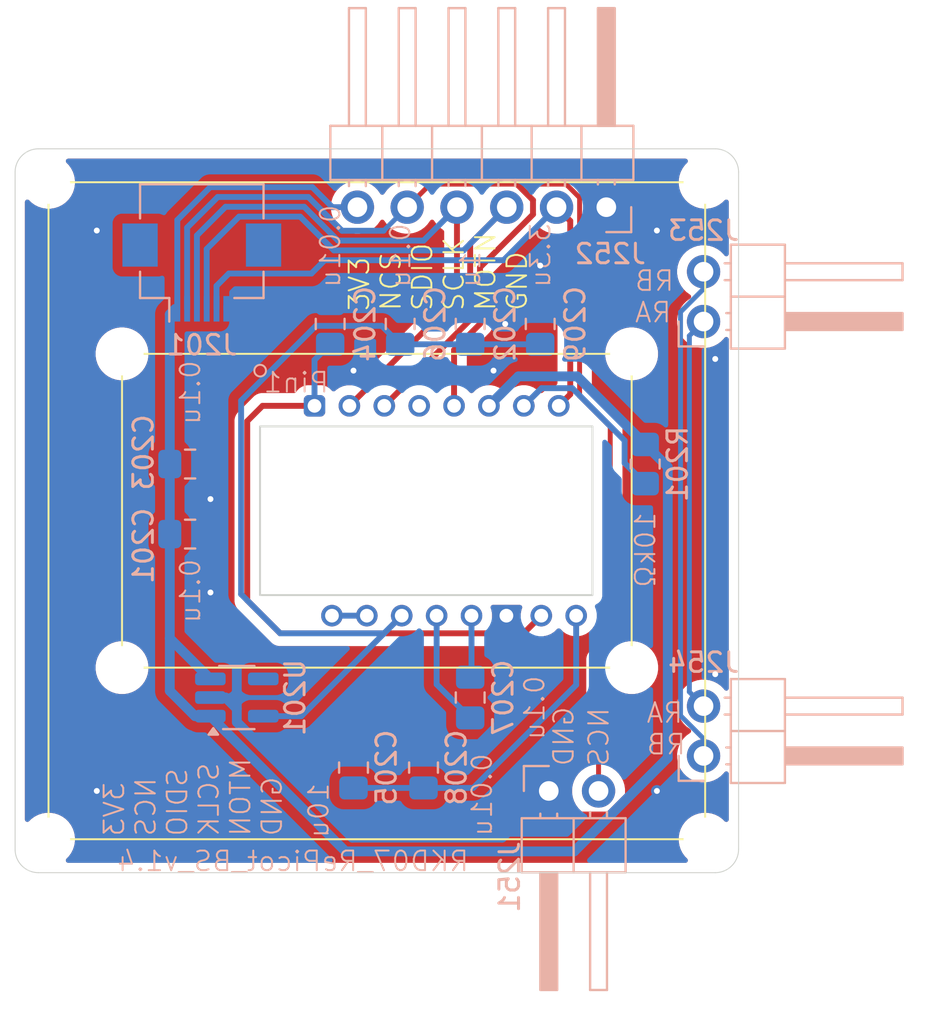
<source format=kicad_pcb>
(kicad_pcb (version 20241229) (generator "pcbnew") (generator_version "9.0")
  (layers (0 "F.Cu" signal) (2 "B.Cu" signal) (13 "F.Paste" user) (15 "B.Paste" user) (5 "F.SilkS" user "F.Silkscreen") (7 "B.SilkS" user "B.Silkscreen") (1 "F.Mask" user) (3 "B.Mask" user) (25 "Edge.Cuts" user))
  (net 0 "")
  (net 1 "3V3_E")
  (net 2 "GND_E")
  (net 3 "1V9_E")
  (net 4 "Net-(U202-+VCSEL)")
  (net 5 "Net-(U202-VCP)")
  (net 6 "Net-(U202-CP)")
  (net 7 "Net-(U202-CN)")
  (net 8 "GP03_MOSI_E")
  (net 9 "NCS_E")
  (net 10 "GP02_SCLK_E")
  (net 11 "GP00_MISO_E")
  (net 12 "GP04_E")
  (net 13 "GP07_E")
  (net 14 "Net-(U202-NRESET)")
  (net 16 "Net-(U202--VCSEL)")
  (footprint "Rikkodo_FootPrint:rkd_picot5400_BTM" (layer "F.Cu") (at 121.443648 78.581184)
    (property "Reference" "Picot**" (hide yes))
    (property "Value" "rkd_picot5400_BTM")
    (fp_line (start -16.75 -16.75) (end -16.75 16.75) (stroke (width 0.1)) (layer "F.SilkS"))
    (fp_line (start -16.75 -16.75) (end 16.75 -16.75) (stroke (width 0.1)) (layer "F.SilkS"))
    (fp_line (start -16.75 16.75) (end 16.75 16.75) (stroke (width 0.1)) (layer "F.SilkS"))
    (fp_line (start 16.75 16.75) (end 16.75 -16.75) (stroke (width 0.1)) (layer "F.SilkS"))
    (pad "" np_thru_hole circle (at -16.75 -16.75) (size 2.2 2.2) (drill 2.2) (layers "*.Cu" "*.Mask"))
    (pad "" np_thru_hole circle (at -16.75 16.75) (size 2.2 2.2) (drill 2.2) (layers "*.Cu" "*.Mask"))
    (pad "" np_thru_hole circle (at 16.75 -16.75) (size 2.2 2.2) (drill 2.2) (layers "*.Cu" "*.Mask"))
    (pad "" np_thru_hole circle (at 16.75 16.75) (size 2.2 2.2) (drill 2.2) (layers "*.Cu" "*.Mask"))
  )
  (footprint "Rikkodo_FootPrint:PMW3610DM-SUDU" (layer "F.Cu") (at 121.443648 78.581184)
    (property "Reference" "U202" (hide yes))
    (property "Value" "PMW3610DM-SUDU")
    (fp_rect (start -5.96 -4.3) (end 11 4.3) (stroke (width 0.1)) (fill no) (layer "Edge.Cuts"))
    (pad "1" thru_hole roundrect (at -3.18 -5.35) (size 1.1 1.1) (drill 0.7) (layers "*.Cu" "*.Mask") (roundrect_rratio 0.2272727273) (net 4 "Net-(U202-+VCSEL)"))
    (pad "2" thru_hole circle (at -1.4 -5.35) (size 1.1 1.1) (drill 0.7) (layers "*.Cu" "*.Mask") (net 11 "GP00_MISO_E"))
    (pad "3" thru_hole circle (at 0.38 -5.35) (size 1.1 1.1) (drill 0.7) (layers "*.Cu" "*.Mask") (net 10 "GP02_SCLK_E"))
    (pad "4" thru_hole circle (at 2.16 -5.35) (size 1.1 1.1) (drill 0.7) (layers "*.Cu" "*.Mask"))
    (pad "5" thru_hole circle (at 3.94 -5.35) (size 1.1 1.1) (drill 0.7) (layers "*.Cu" "*.Mask") (net 9 "NCS_E"))
    (pad "6" thru_hole circle (at 5.72 -5.35) (size 1.1 1.1) (drill 0.7) (layers "*.Cu" "*.Mask") (net 1 "3V3_E"))
    (pad "7" thru_hole circle (at 7.5 -5.35) (size 1.1 1.1) (drill 0.7) (layers "*.Cu" "*.Mask") (net 14 "Net-(U202-NRESET)"))
    (pad "8" thru_hole circle (at 9.28 -5.35) (size 1.1 1.1) (drill 0.7) (layers "*.Cu" "*.Mask") (net 8 "GP03_MOSI_E"))
    (pad "9" thru_hole circle (at 10.17 5.35) (size 1.1 1.1) (drill 0.7) (layers "*.Cu" "*.Mask") (net 5 "Net-(U202-VCP)"))
    (pad "10" thru_hole circle (at 8.39 5.35) (size 1.1 1.1) (drill 0.7) (layers "*.Cu" "*.Mask") (net 4 "Net-(U202-+VCSEL)"))
    (pad "11" thru_hole circle (at 6.61 5.35) (size 1.1 1.1) (drill 0.7) (layers "*.Cu" "*.Mask") (net 2 "GND_E"))
    (pad "12" thru_hole circle (at 4.83 5.35) (size 1.1 1.1) (drill 0.7) (layers "*.Cu" "*.Mask") (net 6 "Net-(U202-CP)"))
    (pad "13" thru_hole circle (at 3.05 5.35) (size 1.1 1.1) (drill 0.7) (layers "*.Cu" "*.Mask") (net 7 "Net-(U202-CN)"))
    (pad "14" thru_hole circle (at 1.27 5.35) (size 1.1 1.1) (drill 0.7) (layers "*.Cu" "*.Mask") (net 3 "1V9_E"))
    (pad "15" thru_hole circle (at -0.51 5.35) (size 1.1 1.1) (drill 0.7) (layers "*.Cu" "*.Mask") (net 16 "Net-(U202--VCSEL)"))
    (pad "16" thru_hole circle (at -2.29 5.35) (size 1.1 1.1) (drill 0.7) (layers "*.Cu" "*.Mask") (net 16 "Net-(U202--VCSEL)"))
  )
  (footprint "Rikkodo_FootPrint:rkd_sumi_foot" (layer "F.Cu") (at 121.443852 78.581316)
    (property "Reference" "REF**" (hide yes))
    (property "Value" "rkd_sumi_foot" (hide yes))
    (fp_rect (start -13 -8) (end 13 8) (stroke (width 0.1)) (fill no) (layer "F.SilkS"))
    (pad "" np_thru_hole circle (at -13 -8) (size 2.2 2.2) (drill 2.2) (layers "*.Cu" "*.Mask"))
    (pad "" np_thru_hole circle (at -13 8) (size 2.2 2.2) (drill 2.2) (layers "*.Cu" "*.Mask"))
    (pad "" np_thru_hole circle (at 13 -8) (size 2.2 2.2) (drill 2.2) (layers "*.Cu" "*.Mask"))
    (pad "" np_thru_hole circle (at 13 8) (size 2.2 2.2) (drill 2.2) (layers "*.Cu" "*.Mask"))
  )
  (footprint "Capacitor_SMD:C_0805_2012Metric_Pad1.18x1.45mm_HandSolder" (layer "B.Cu") (at 126.20625 69.05625 90)
    (property "Reference" "C202" (at 0.000058 1.78583 90) (layer "B.SilkS") (effects (justify mirror)))
    (property "Value" "1uF")
    (fp_line (start -0.261252 -0.735) (end 0.261252 -0.735) (stroke (width 0.12)) (layer "B.SilkS"))
    (fp_line (start -0.261252 0.735) (end 0.261252 0.735) (stroke (width 0.12)) (layer "B.SilkS"))
    (pad "1" smd roundrect (at -1.0375 0 90) (size 1.175 1.45) (layers "B.Cu" "B.Mask" "B.Paste") (roundrect_rratio 0.212766) (net 3 "1V9_E"))
    (pad "2" smd roundrect (at 1.0375 0 90) (size 1.175 1.45) (layers "B.Cu" "B.Mask" "B.Paste") (roundrect_rratio 0.212766) (net 2 "GND_E"))
  )
  (footprint "Capacitor_SMD:C_0805_2012Metric_Pad1.18x1.45mm_HandSolder" (layer "B.Cu") (at 111.918844 76.200064)
    (property "Reference" "C203" (at -2.381344 -0.595313 90) (layer "B.SilkS") (effects (justify mirror)))
    (property "Value" "0.1uF X7R")
    (fp_line (start -0.261252 -0.735) (end 0.261252 -0.735) (stroke (width 0.12)) (layer "B.SilkS"))
    (fp_line (start -0.261252 0.735) (end 0.261252 0.735) (stroke (width 0.12)) (layer "B.SilkS"))
    (pad "1" smd roundrect (at -1.0375 0) (size 1.175 1.45) (layers "B.Cu" "B.Mask" "B.Paste") (roundrect_rratio 0.212766) (net 1 "3V3_E"))
    (pad "2" smd roundrect (at 1.0375 0) (size 1.175 1.45) (layers "B.Cu" "B.Mask" "B.Paste") (roundrect_rratio 0.212766) (net 2 "GND_E"))
  )
  (footprint "Capacitor_SMD:C_0805_2012Metric_Pad1.18x1.45mm_HandSolder" (layer "B.Cu") (at 111.918844 79.772006)
    (property "Reference" "C201" (at -2.381252 0.595249 90) (layer "B.SilkS") (effects (justify mirror)))
    (property "Value" "0.1uF X7R")
    (fp_line (start -0.261252 -0.735) (end 0.261252 -0.735) (stroke (width 0.12)) (layer "B.SilkS"))
    (fp_line (start -0.261252 0.735) (end 0.261252 0.735) (stroke (width 0.12)) (layer "B.SilkS"))
    (pad "1" smd roundrect (at -1.0375 0) (size 1.175 1.45) (layers "B.Cu" "B.Mask" "B.Paste") (roundrect_rratio 0.212766) (net 1 "3V3_E"))
    (pad "2" smd roundrect (at 1.0375 0) (size 1.175 1.45) (layers "B.Cu" "B.Mask" "B.Paste") (roundrect_rratio 0.212766) (net 2 "GND_E"))
  )
  (footprint "Connector_PinHeader_2.54mm:PinHeader_1x02_P2.54mm_Horizontal" (layer "B.Cu") (at 138.112616 68.933485)
    (property "Reference" "J253" (at 0 -4.639681 0) (layer "B.SilkS") (effects (justify mirror)))
    (property "Value" "Conn_01x02_Socket")
    (fp_line (start -1.27 0) (end -1.27 1.27) (stroke (width 0.12)) (layer "B.SilkS"))
    (fp_line (start -1.27 1.27) (end 0 1.27) (stroke (width 0.12)) (layer "B.SilkS"))
    (fp_line (start 1.077358 -2.97) (end 1.39 -2.97) (stroke (width 0.12)) (layer "B.SilkS"))
    (fp_line (start 1.077358 -2.11) (end 1.39 -2.11) (stroke (width 0.12)) (layer "B.SilkS"))
    (fp_line (start 1.16 -0.43) (end 1.39 -0.43) (stroke (width 0.12)) (layer "B.SilkS"))
    (fp_line (start 1.16 0.43) (end 1.39 0.43) (stroke (width 0.12)) (layer "B.SilkS"))
    (fp_line (start 1.39 -3.92) (end 4.15 -3.92) (stroke (width 0.12)) (layer "B.SilkS"))
    (fp_line (start 1.39 -1.27) (end 4.15 -1.27) (stroke (width 0.12)) (layer "B.SilkS"))
    (fp_line (start 1.39 1.38) (end 1.39 -3.92) (stroke (width 0.12)) (layer "B.SilkS"))
    (fp_line (start 4.15 -3.92) (end 4.15 1.38) (stroke (width 0.12)) (layer "B.SilkS"))
    (fp_line (start 4.15 -2.11) (end 10.15 -2.11) (stroke (width 0.12)) (layer "B.SilkS"))
    (fp_line (start 4.15 1.38) (end 1.39 1.38) (stroke (width 0.12)) (layer "B.SilkS"))
    (fp_line (start 10.15 -2.97) (end 4.15 -2.97) (stroke (width 0.12)) (layer "B.SilkS"))
    (fp_line (start 10.15 -2.11) (end 10.15 -2.97) (stroke (width 0.12)) (layer "B.SilkS"))
    (fp_rect (start 4.15 0.43) (end 10.15 -0.43) (stroke (width 0.12)) (fill yes) (layer "B.SilkS"))
    (pad "1" thru_hole circle (at 0 0) (size 1.7 1.7) (drill 1) (layers "*.Cu" "*.Mask") (net 12 "GP04_E"))
    (pad "2" thru_hole circle (at 0 -2.54) (size 1.7 1.7) (drill 1) (layers "*.Cu" "*.Mask") (net 13 "GP07_E"))
  )
  (footprint "Capacitor_SMD:C_0805_2012Metric_Pad1.18x1.45mm_HandSolder" (layer "B.Cu") (at 123.825 91.678125 90)
    (property "Reference" "C208" (at 0 1.68 90) (layer "B.SilkS") (effects (justify mirror)))
    (property "Value" "0.01uF X7R")
    (fp_line (start -0.261252 -0.735) (end 0.261252 -0.735) (stroke (width 0.12)) (layer "B.SilkS"))
    (fp_line (start -0.261252 0.735) (end 0.261252 0.735) (stroke (width 0.12)) (layer "B.SilkS"))
    (pad "1" smd roundrect (at -1.0375 0 90) (size 1.175 1.45) (layers "B.Cu" "B.Mask" "B.Paste") (roundrect_rratio 0.212766) (net 5 "Net-(U202-VCP)"))
    (pad "2" smd roundrect (at 1.0375 0 90) (size 1.175 1.45) (layers "B.Cu" "B.Mask" "B.Paste") (roundrect_rratio 0.212766) (net 2 "GND_E"))
  )
  (footprint "Capacitor_SMD:C_0805_2012Metric_Pad1.18x1.45mm_HandSolder" (layer "B.Cu") (at 120.253125 91.678125 90)
    (property "Reference" "C205" (at 0 1.68 90) (layer "B.SilkS") (effects (justify mirror)))
    (property "Value" "10uF X7R")
    (fp_line (start -0.261252 -0.735) (end 0.261252 -0.735) (stroke (width 0.12)) (layer "B.SilkS"))
    (fp_line (start -0.261252 0.735) (end 0.261252 0.735) (stroke (width 0.12)) (layer "B.SilkS"))
    (pad "1" smd roundrect (at -1.0375 0 90) (size 1.175 1.45) (layers "B.Cu" "B.Mask" "B.Paste") (roundrect_rratio 0.212766) (net 5 "Net-(U202-VCP)"))
    (pad "2" smd roundrect (at 1.0375 0 90) (size 1.175 1.45) (layers "B.Cu" "B.Mask" "B.Paste") (roundrect_rratio 0.212766) (net 2 "GND_E"))
  )
  (footprint "Connector_PinHeader_2.54mm:PinHeader_1x02_P2.54mm_Horizontal" (layer "B.Cu") (at 130.214799 92.868828 -90)
    (property "Reference" "J251" (at 4.385 1.99933 90) (layer "B.SilkS") (effects (justify mirror)))
    (property "Value" "Conn_01x02_Socket")
    (fp_line (start 1.39 1.38) (end 1.39 -3.92) (stroke (width 0.12)) (layer "B.SilkS"))
    (fp_line (start 4.15 1.38) (end 1.39 1.38) (stroke (width 0.12)) (layer "B.SilkS"))
    (fp_line (start -1.27 1.27) (end 0 1.27) (stroke (width 0.12)) (layer "B.SilkS"))
    (fp_line (start 1.16 0.43) (end 1.39 0.43) (stroke (width 0.12)) (layer "B.SilkS"))
    (fp_line (start -1.27 0) (end -1.27 1.27) (stroke (width 0.12)) (layer "B.SilkS"))
    (fp_line (start 1.16 -0.43) (end 1.39 -0.43) (stroke (width 0.12)) (layer "B.SilkS"))
    (fp_line (start 1.39 -1.27) (end 4.15 -1.27) (stroke (width 0.12)) (layer "B.SilkS"))
    (fp_line (start 1.077358 -2.11) (end 1.39 -2.11) (stroke (width 0.12)) (layer "B.SilkS"))
    (fp_line (start 4.15 -2.11) (end 10.15 -2.11) (stroke (width 0.12)) (layer "B.SilkS"))
    (fp_line (start 10.15 -2.11) (end 10.15 -2.97) (stroke (width 0.12)) (layer "B.SilkS"))
    (fp_line (start 1.077358 -2.97) (end 1.39 -2.97) (stroke (width 0.12)) (layer "B.SilkS"))
    (fp_line (start 10.15 -2.97) (end 4.15 -2.97) (stroke (width 0.12)) (layer "B.SilkS"))
    (fp_line (start 1.39 -3.92) (end 4.15 -3.92) (stroke (width 0.12)) (layer "B.SilkS"))
    (fp_line (start 4.15 -3.92) (end 4.15 1.38) (stroke (width 0.12)) (layer "B.SilkS"))
    (fp_rect (start 4.15 0.43) (end 10.15 -0.43) (stroke (width 0.12)) (fill yes) (layer "B.SilkS"))
    (pad "1" thru_hole rect (at 0 0 270) (size 1.7 1.7) (drill 1) (layers "*.Cu" "*.Mask") (net 2 "GND_E"))
    (pad "2" thru_hole circle (at 0 -2.54 270) (size 1.7 1.7) (drill 1) (layers "*.Cu" "*.Mask") (net 9 "NCS_E"))
  )
  (footprint "Capacitor_SMD:C_0805_2012Metric_Pad1.18x1.45mm_HandSolder" (layer "B.Cu") (at 122.634375 69.05625 90)
    (property "Reference" "C206" (at 0.000058 1.785833 90) (layer "B.SilkS") (effects (justify mirror)))
    (property "Value" "0.1uF X7R")
    (fp_line (start -0.261252 -0.735) (end 0.261252 -0.735) (stroke (width 0.12)) (layer "B.SilkS"))
    (fp_line (start -0.261252 0.735) (end 0.261252 0.735) (stroke (width 0.12)) (layer "B.SilkS"))
    (pad "1" smd roundrect (at -1.0375 0 90) (size 1.175 1.45) (layers "B.Cu" "B.Mask" "B.Paste") (roundrect_rratio 0.212766) (net 3 "1V9_E"))
    (pad "2" smd roundrect (at 1.0375 0 90) (size 1.175 1.45) (layers "B.Cu" "B.Mask" "B.Paste") (roundrect_rratio 0.212766) (net 2 "GND_E"))
  )
  (footprint "Package_TO_SOT_SMD:SOT-23-5_HandSoldering" (layer "B.Cu") (at 114.3 88.10625)
    (property "Reference" "U201" (at 2.976661 0.000074 90) (layer "B.SilkS") (effects (justify mirror)))
    (property "Value" "TLV70019DDCR")
    (fp_line (start -0.9 -1.61) (end 0.9 -1.61) (stroke (width 0.12)) (layer "B.SilkS"))
    (fp_line (start 0.1 1.61) (end -0.7 1.61) (stroke (width 0.12)) (layer "B.SilkS"))
    (fp_line (start 0.1 1.61) (end 0.9 1.61) (stroke (width 0.12)) (layer "B.SilkS"))
    (fp_poly (pts (xy -1.2 1.56) (xy -1.44 1.89) (xy -0.96 1.89) (xy -1.2 1.56)) (stroke (width 0.12)) (fill yes) (layer "B.SilkS"))
    (pad "1" smd roundrect (at -1.35 0.95) (size 1.56 0.65) (layers "B.Cu" "B.Mask" "B.Paste") (net 1 "3V3_E"))
    (pad "2" smd roundrect (at -1.35 0) (size 1.56 0.65) (layers "B.Cu" "B.Mask" "B.Paste") (net 2 "GND_E"))
    (pad "3" smd roundrect (at -1.35 -0.95) (size 1.56 0.65) (layers "B.Cu" "B.Mask" "B.Paste") (net 1 "3V3_E"))
    (pad "4" smd roundrect (at 1.35 -0.95) (size 1.56 0.65) (layers "B.Cu" "B.Mask" "B.Paste"))
    (pad "5" smd roundrect (at 1.35 0.95) (size 1.56 0.65) (layers "B.Cu" "B.Mask" "B.Paste") (net 3 "1V9_E"))
  )
  (footprint "Connector_PinHeader_2.54mm:PinHeader_1x06_P2.54mm_Horizontal" (layer "B.Cu") (at 133.151669 63.103125 90)
    (property "Reference" "J252" (at -2.381198 0.198331 180) (layer "B.SilkS") (effects (justify mirror)))
    (property "Value" "Conn_01x06")
    (fp_line (start 4.15 -14.08) (end 4.15 1.38) (stroke (width 0.12)) (layer "B.SilkS"))
    (fp_line (start 1.39 -14.08) (end 4.15 -14.08) (stroke (width 0.12)) (layer "B.SilkS"))
    (fp_line (start 10.15 -13.13) (end 4.15 -13.13) (stroke (width 0.12)) (layer "B.SilkS"))
    (fp_line (start 1.077358 -13.13) (end 1.39 -13.13) (stroke (width 0.12)) (layer "B.SilkS"))
    (fp_line (start 10.15 -12.27) (end 10.15 -13.13) (stroke (width 0.12)) (layer "B.SilkS"))
    (fp_line (start 4.15 -12.27) (end 10.15 -12.27) (stroke (width 0.12)) (layer "B.SilkS"))
    (fp_line (start 1.077358 -12.27) (end 1.39 -12.27) (stroke (width 0.12)) (layer "B.SilkS"))
    (fp_line (start 1.39 -11.43) (end 4.15 -11.43) (stroke (width 0.12)) (layer "B.SilkS"))
    (fp_line (start 10.15 -10.59) (end 4.15 -10.59) (stroke (width 0.12)) (layer "B.SilkS"))
    (fp_line (start 1.077358 -10.59) (end 1.39 -10.59) (stroke (width 0.12)) (layer "B.SilkS"))
    (fp_line (start 10.15 -9.73) (end 10.15 -10.59) (stroke (width 0.12)) (layer "B.SilkS"))
    (fp_line (start 4.15 -9.73) (end 10.15 -9.73) (stroke (width 0.12)) (layer "B.SilkS"))
    (fp_line (start 1.077358 -9.73) (end 1.39 -9.73) (stroke (width 0.12)) (layer "B.SilkS"))
    (fp_line (start 1.39 -8.89) (end 4.15 -8.89) (stroke (width 0.12)) (layer "B.SilkS"))
    (fp_line (start 10.15 -8.05) (end 4.15 -8.05) (stroke (width 0.12)) (layer "B.SilkS"))
    (fp_line (start 1.077358 -8.05) (end 1.39 -8.05) (stroke (width 0.12)) (layer "B.SilkS"))
    (fp_line (start 10.15 -7.19) (end 10.15 -8.05) (stroke (width 0.12)) (layer "B.SilkS"))
    (fp_line (start 4.15 -7.19) (end 10.15 -7.19) (stroke (width 0.12)) (layer "B.SilkS"))
    (fp_line (start 1.077358 -7.19) (end 1.39 -7.19) (stroke (width 0.12)) (layer "B.SilkS"))
    (fp_line (start 1.39 -6.35) (end 4.15 -6.35) (stroke (width 0.12)) (layer "B.SilkS"))
    (fp_line (start 10.15 -5.51) (end 4.15 -5.51) (stroke (width 0.12)) (layer "B.SilkS"))
    (fp_line (start 1.077358 -5.51) (end 1.39 -5.51) (stroke (width 0.12)) (layer "B.SilkS"))
    (fp_line (start 10.15 -4.65) (end 10.15 -5.51) (stroke (width 0.12)) (layer "B.SilkS"))
    (fp_line (start 4.15 -4.65) (end 10.15 -4.65) (stroke (width 0.12)) (layer "B.SilkS"))
    (fp_line (start 1.077358 -4.65) (end 1.39 -4.65) (stroke (width 0.12)) (layer "B.SilkS"))
    (fp_line (start 1.39 -3.81) (end 4.15 -3.81) (stroke (width 0.12)) (layer "B.SilkS"))
    (fp_line (start 10.15 -2.97) (end 4.15 -2.97) (stroke (width 0.12)) (layer "B.SilkS"))
    (fp_line (start 1.077358 -2.97) (end 1.39 -2.97) (stroke (width 0.12)) (layer "B.SilkS"))
    (fp_line (start 10.15 -2.11) (end 10.15 -2.97) (stroke (width 0.12)) (layer "B.SilkS"))
    (fp_line (start 4.15 -2.11) (end 10.15 -2.11) (stroke (width 0.12)) (layer "B.SilkS"))
    (fp_line (start 1.077358 -2.11) (end 1.39 -2.11) (stroke (width 0.12)) (layer "B.SilkS"))
    (fp_line (start 1.39 -1.27) (end 4.15 -1.27) (stroke (width 0.12)) (layer "B.SilkS"))
    (fp_line (start 1.16 -0.43) (end 1.39 -0.43) (stroke (width 0.12)) (layer "B.SilkS"))
    (fp_line (start -1.27 0) (end -1.27 1.27) (stroke (width 0.12)) (layer "B.SilkS"))
    (fp_line (start 1.16 0.43) (end 1.39 0.43) (stroke (width 0.12)) (layer "B.SilkS"))
    (fp_line (start -1.27 1.27) (end 0 1.27) (stroke (width 0.12)) (layer "B.SilkS"))
    (fp_line (start 4.15 1.38) (end 1.39 1.38) (stroke (width 0.12)) (layer "B.SilkS"))
    (fp_line (start 1.39 1.38) (end 1.39 -14.08) (stroke (width 0.12)) (layer "B.SilkS"))
    (fp_rect (start 4.15 0.43) (end 10.15 -0.43) (stroke (width 0.12)) (fill yes) (layer "B.SilkS"))
    (pad "1" thru_hole rect (at 0 0 90) (size 1.7 1.7) (drill 1) (layers "*.Cu" "*.Mask") (net 2 "GND_E"))
    (pad "2" thru_hole circle (at 0 -2.54 90) (size 1.7 1.7) (drill 1) (layers "*.Cu" "*.Mask") (net 8 "GP03_MOSI_E"))
    (pad "3" thru_hole circle (at 0 -5.08 90) (size 1.7 1.7) (drill 1) (layers "*.Cu" "*.Mask") (net 10 "GP02_SCLK_E"))
    (pad "4" thru_hole circle (at 0 -7.62 90) (size 1.7 1.7) (drill 1) (layers "*.Cu" "*.Mask") (net 11 "GP00_MISO_E"))
    (pad "5" thru_hole circle (at 0 -10.16 90) (size 1.7 1.7) (drill 1) (layers "*.Cu" "*.Mask") (net 9 "NCS_E"))
    (pad "6" thru_hole circle (at 0 -12.7 90) (size 1.7 1.7) (drill 1) (layers "*.Cu" "*.Mask") (net 1 "3V3_E"))
  )
  (footprint "Capacitor_SMD:C_0805_2012Metric_Pad1.18x1.45mm_HandSolder" (layer "B.Cu") (at 129.778125 69.05625 90)
    (property "Reference" "C209" (at 0.000058 1.785827 90) (layer "B.SilkS") (effects (justify mirror)))
    (property "Value" "3.3uF/16V")
    (fp_line (start -0.261252 -0.735) (end 0.261252 -0.735) (stroke (width 0.12)) (layer "B.SilkS"))
    (fp_line (start -0.261252 0.735) (end 0.261252 0.735) (stroke (width 0.12)) (layer "B.SilkS"))
    (pad "1" smd roundrect (at -1.0375 0 90) (size 1.175 1.45) (layers "B.Cu" "B.Mask" "B.Paste") (roundrect_rratio 0.212766) (net 3 "1V9_E"))
    (pad "2" smd roundrect (at 1.0375 0 90) (size 1.175 1.45) (layers "B.Cu" "B.Mask" "B.Paste") (roundrect_rratio 0.212766) (net 2 "GND_E"))
  )
  (footprint "Connector_FFC-FPC:Hirose_FH12-6S-0.5SH_1x06-1MP_P0.50mm_Horizontal" (layer "B.Cu") (at 112.514157 66.43443)
    (property "Reference" "J201" (at 0 3.7 0) (layer "B.SilkS") (effects (justify mirror)))
    (property "Value" "Conn_01x06")
    (fp_line (start -3.15 -4.5) (end 3.15 -4.5) (stroke (width 0.12)) (layer "B.SilkS"))
    (fp_line (start -3.15 -2.76) (end -3.15 -4.5) (stroke (width 0.12)) (layer "B.SilkS"))
    (fp_line (start -3.15 1.3) (end -3.15 -0.04) (stroke (width 0.12)) (layer "B.SilkS"))
    (fp_line (start -1.66 1.3) (end -3.15 1.3) (stroke (width 0.12)) (layer "B.SilkS"))
    (fp_line (start -1.66 1.3) (end -1.66 2.5) (stroke (width 0.12)) (layer "B.SilkS"))
    (fp_line (start 1.66 1.3) (end 3.15 1.3) (stroke (width 0.12)) (layer "B.SilkS"))
    (fp_line (start 3.15 -4.5) (end 3.15 -2.76) (stroke (width 0.12)) (layer "B.SilkS"))
    (fp_line (start 3.15 1.3) (end 3.15 -0.04) (stroke (width 0.12)) (layer "B.SilkS"))
    (pad "1" smd rect (at -1.25 1.85) (size 0.3 1.3) (layers "B.Cu" "B.Mask" "B.Paste") (net 1 "3V3_E"))
    (pad "2" smd rect (at -0.75 1.85) (size 0.3 1.3) (layers "B.Cu" "B.Mask" "B.Paste") (net 9 "NCS_E"))
    (pad "3" smd rect (at -0.25 1.85) (size 0.3 1.3) (layers "B.Cu" "B.Mask" "B.Paste") (net 11 "GP00_MISO_E"))
    (pad "4" smd rect (at 0.25 1.85) (size 0.3 1.3) (layers "B.Cu" "B.Mask" "B.Paste") (net 10 "GP02_SCLK_E"))
    (pad "5" smd rect (at 0.75 1.85) (size 0.3 1.3) (layers "B.Cu" "B.Mask" "B.Paste") (net 8 "GP03_MOSI_E"))
    (pad "6" smd rect (at 1.25 1.85) (size 0.3 1.3) (layers "B.Cu" "B.Mask" "B.Paste") (net 2 "GND_E"))
    (pad "MP" smd rect (at -3.15 -1.4) (size 1.8 2.2) (layers "B.Cu" "B.Mask" "B.Paste"))
    (pad "MP" smd rect (at 3.15 -1.4) (size 1.8 2.2) (layers "B.Cu" "B.Mask" "B.Paste"))
  )
  (footprint "Capacitor_SMD:C_0805_2012Metric_Pad1.18x1.45mm_HandSolder" (layer "B.Cu") (at 126.20625 88.10625 90)
    (property "Reference" "C207" (at 0 1.68 90) (layer "B.SilkS") (effects (justify mirror)))
    (property "Value" "0.1uF X7R")
    (fp_line (start -0.261252 -0.735) (end 0.261252 -0.735) (stroke (width 0.12)) (layer "B.SilkS"))
    (fp_line (start -0.261252 0.735) (end 0.261252 0.735) (stroke (width 0.12)) (layer "B.SilkS"))
    (pad "1" smd roundrect (at -1.0375 0 90) (size 1.175 1.45) (layers "B.Cu" "B.Mask" "B.Paste") (roundrect_rratio 0.212766) (net 7 "Net-(U202-CN)"))
    (pad "2" smd roundrect (at 1.0375 0 90) (size 1.175 1.45) (layers "B.Cu" "B.Mask" "B.Paste") (roundrect_rratio 0.212766) (net 6 "Net-(U202-CP)"))
  )
  (footprint "Connector_PinHeader_2.54mm:PinHeader_1x02_P2.54mm_Horizontal" (layer "B.Cu") (at 138.112616 91.082889)
    (property "Reference" "J254" (at 0 -4.762504 0) (layer "B.SilkS") (effects (justify mirror)))
    (property "Value" "Conn_01x02_Socket")
    (fp_line (start -1.27 0) (end -1.27 1.27) (stroke (width 0.12)) (layer "B.SilkS"))
    (fp_line (start -1.27 1.27) (end 0 1.27) (stroke (width 0.12)) (layer "B.SilkS"))
    (fp_line (start 1.077358 -2.97) (end 1.39 -2.97) (stroke (width 0.12)) (layer "B.SilkS"))
    (fp_line (start 1.077358 -2.11) (end 1.39 -2.11) (stroke (width 0.12)) (layer "B.SilkS"))
    (fp_line (start 1.16 -0.43) (end 1.39 -0.43) (stroke (width 0.12)) (layer "B.SilkS"))
    (fp_line (start 1.16 0.43) (end 1.39 0.43) (stroke (width 0.12)) (layer "B.SilkS"))
    (fp_line (start 1.39 -3.92) (end 4.15 -3.92) (stroke (width 0.12)) (layer "B.SilkS"))
    (fp_line (start 1.39 -1.27) (end 4.15 -1.27) (stroke (width 0.12)) (layer "B.SilkS"))
    (fp_line (start 1.39 1.38) (end 1.39 -3.92) (stroke (width 0.12)) (layer "B.SilkS"))
    (fp_line (start 4.15 -3.92) (end 4.15 1.38) (stroke (width 0.12)) (layer "B.SilkS"))
    (fp_line (start 4.15 -2.11) (end 10.15 -2.11) (stroke (width 0.12)) (layer "B.SilkS"))
    (fp_line (start 4.15 1.38) (end 1.39 1.38) (stroke (width 0.12)) (layer "B.SilkS"))
    (fp_line (start 10.15 -2.97) (end 4.15 -2.97) (stroke (width 0.12)) (layer "B.SilkS"))
    (fp_line (start 10.15 -2.11) (end 10.15 -2.97) (stroke (width 0.12)) (layer "B.SilkS"))
    (fp_rect (start 4.15 0.43) (end 10.15 -0.43) (stroke (width 0.12)) (fill yes) (layer "B.SilkS"))
    (pad "1" thru_hole circle (at 0 0) (size 1.7 1.7) (drill 1) (layers "*.Cu" "*.Mask") (net 13 "GP07_E"))
    (pad "2" thru_hole circle (at 0 -2.54) (size 1.7 1.7) (drill 1) (layers "*.Cu" "*.Mask") (net 12 "GP04_E"))
  )
  (footprint "Resistor_SMD:R_0805_2012Metric_Pad1.20x1.40mm_HandSolder" (layer "B.Cu") (at 135.136051 76.2 90)
    (property "Reference" "R201" (at 0 1.65 90) (layer "B.SilkS") (effects (justify mirror)))
    (property "Value" "10k")
    (fp_line (start -0.227064 -0.735) (end 0.227064 -0.735) (stroke (width 0.12)) (layer "B.SilkS"))
    (fp_line (start -0.227064 0.735) (end 0.227064 0.735) (stroke (width 0.12)) (layer "B.SilkS"))
    (pad "1" smd roundrect (at -1 0 90) (size 1.2 1.4) (layers "B.Cu" "B.Mask" "B.Paste") (roundrect_rratio 0.208333) (net 14 "Net-(U202-NRESET)"))
    (pad "2" smd roundrect (at 1 0 90) (size 1.2 1.4) (layers "B.Cu" "B.Mask" "B.Paste") (roundrect_rratio 0.208333) (net 1 "3V3_E"))
  )
  (footprint "Capacitor_SMD:C_0805_2012Metric_Pad1.18x1.45mm_HandSolder" (layer "B.Cu") (at 119.0625 69.05625 90)
    (property "Reference" "C204" (at 0.000058 1.785836 90) (layer "B.SilkS") (effects (justify mirror)))
    (property "Value" "0.01uF X7R")
    (fp_line (start -0.261252 -0.735) (end 0.261252 -0.735) (stroke (width 0.12)) (layer "B.SilkS"))
    (fp_line (start -0.261252 0.735) (end 0.261252 0.735) (stroke (width 0.12)) (layer "B.SilkS"))
    (pad "1" smd roundrect (at -1.0375 0 90) (size 1.175 1.45) (layers "B.Cu" "B.Mask" "B.Paste") (roundrect_rratio 0.212766) (net 4 "Net-(U202-+VCSEL)"))
    (pad "2" smd roundrect (at 1.0375 0 90) (size 1.175 1.45) (layers "B.Cu" "B.Mask" "B.Paste") (roundrect_rratio 0.212766) (net 2 "GND_E"))
  )
  (gr_circle (center 115.490722 71.4375) (end 115.788378 71.4375) (stroke (width 0.1)) (fill no) (layer "B.SilkS"))
  (gr_line (start 138.707929 97.036023) (end 104.1798 97.036017) (stroke (width 0.05)) (layer "Edge.Cuts"))
  (gr_line (start 102.989151 61.3173) (end 102.989151 95.845393) (stroke (width 0.05)) (layer "Edge.Cuts"))
  (gr_arc (start 139.898555 95.845393) (mid 139.549829 96.687293) (end 138.707929 97.036019) (stroke (width 0.05)) (layer "Edge.Cuts"))
  (gr_line (start 139.898553 61.308302) (end 139.898555 95.845393) (stroke (width 0.05)) (layer "Edge.Cuts"))
  (gr_line (start 138.707929 60.126613) (end 104.179775 60.126613) (stroke (width 0.05)) (layer "Edge.Cuts"))
  (gr_arc (start 102.989151 61.317237) (mid 103.337895 60.475358) (end 104.179775 60.126613) (stroke (width 0.05)) (layer "Edge.Cuts"))
  (gr_arc (start 104.179775 97.036017) (mid 103.337896 96.687273) (end 102.989151 95.845393) (stroke (width 0.05)) (layer "Edge.Cuts"))
  (gr_arc (start 138.707929 60.126613) (mid 139.549808 60.475357) (end 139.898553 61.317237) (stroke (width 0.05)) (layer "Edge.Cuts"))
  (gr_text "3V3\nNCS\nSDIO\nSCLK\nMOTN\nGND" (at 129.182921 68.460995 90) (layer "F.SilkS") (effects (font (size 1 1) (thickness 0.1)) (justify left bottom)))
  (gr_text "0.1u" (at 123.229584 67.270256 90) (layer "B.SilkS") (effects (font (size 1 1) (thickness 0.1)) (justify right bottom mirror)))
  (gr_text "NCS" (at 133.350112 91.678202 90) (layer "B.SilkS") (effects (font (size 1 1) (thickness 0.1)) (justify right bottom mirror)))
  (gr_text "0.01u" (at 127.396982 95.25008 90) (layer "B.SilkS") (effects (font (size 1 1) (thickness 0.1)) (justify right bottom mirror)))
  (gr_text "10u" (at 119.0626 95.331184 90) (layer "B.SilkS") (effects (font (size 1 1) (thickness 0.1)) (justify right bottom mirror)))
  (gr_text "3V3\nNCS\nSDIO\nSCLK\nMTON\nGND" (at 116.681348 95.25008 90) (layer "B.SilkS") (effects (font (size 1 1) (thickness 0.1)) (justify right bottom mirror)))
  (gr_text "0.1u" (at 112.513968 80.962432 90) (layer "B.SilkS") (effects (font (size 1 1) (thickness 0.1)) (justify left bottom mirror)))
  (gr_text "0.01u" (at 119.657913 67.270369 90) (layer "B.SilkS") (effects (font (size 1 1) (thickness 0.1)) (justify right bottom mirror)))
  (gr_text "0.1u" (at 112.513968 70.842128 90) (layer "B.SilkS") (effects (font (size 1 1) (thickness 0.1)) (justify left bottom mirror)))
  (gr_text "RB\nRA" (at 134.540738 69.056308 0) (layer "B.SilkS") (effects (font (size 1 1) (thickness 0.1)) (justify right bottom mirror)))
  (gr_text "Pin1" (at 119.0626 72.628186 0) (layer "B.SilkS") (effects (font (size 1 1) (thickness 0.1)) (justify left bottom mirror)))
  (gr_text "1u\n" (at 126.801456 67.270256 90) (layer "B.SilkS") (effects (font (size 1 1) (thickness 0.1)) (justify right bottom mirror)))
  (gr_text "10kΩ" (at 135.731364 78.581316 90) (layer "B.SilkS") (effects (font (size 1 1) (thickness 0.1)) (justify left bottom mirror)))
  (gr_text "RKD07_RePicot_BS_v1.4\n" (at 126.206356 97.036019 0) (layer "B.SilkS") (effects (font (size 1 1) (thickness 0.1)) (justify left bottom mirror)))
  (gr_text "GND" (at 131.564173 91.678202 90) (layer "B.SilkS") (effects (font (size 1 1) (thickness 0.1)) (justify right bottom mirror)))
  (gr_text "3.3u" (at 130.373547 67.270369 90) (layer "B.SilkS") (effects (font (size 1 1) (thickness 0.1)) (justify right bottom mirror)))
  (gr_text "RA\nRB" (at 135.136051 91.082889 0) (layer "B.SilkS") (effects (font (size 1 1) (thickness 0.1)) (justify right bottom mirror)))
  (gr_text "0.1u" (at 130.075672 86.915552 90) (layer "B.SilkS") (effects (font (size 1 1) (thickness 0.1)) (justify left bottom mirror)))
  (segment (start 127.179 73.215832) (end 127.163648 73.231184) (width 0.5) (layer "F.Cu") (net 1))
  (segment (start 135.136051 75.2) (end 136.287051 76.351) (width 0.5) (layer "B.Cu") (net 1))
  (segment (start 112.941592 62.08043) (end 111.264157 63.757865) (width 0.3) (layer "B.Cu") (net 1))
  (segment (start 110.881344 76.200064) (end 110.881344 68.566243) (width 0.5) (layer "B.Cu") (net 1))
  (segment (start 110.881344 85.087594) (end 110.881344 87.767593) (width 0.5) (layer "B.Cu") (net 1))
  (segment (start 119.175807 63.103125) (end 118.153112 62.08043) (width 0.3) (layer "B.Cu") (net 1))
  (segment (start 128.665648 71.729184) (end 127.163648 73.231184) (width 0.5) (layer "B.Cu") (net 1))
  (segment (start 118.153112 62.08043) (end 112.941592 62.08043) (width 0.3) (layer "B.Cu") (net 1))
  (segment (start 119.84483 95.95108) (end 112.95 89.05625) (width 0.5) (layer "B.Cu") (net 1))
  (segment (start 131.665235 71.729184) (end 135.136051 75.2) (width 0.5) (layer "B.Cu") (net 1))
  (segment (start 131.512439 95.95108) (end 119.84483 95.95108) (width 0.5) (layer "B.Cu") (net 1))
  (segment (start 110.881344 76.200064) (end 110.881344 79.771939) (width 0.5) (layer "B.Cu") (net 1))
  (segment (start 110.881344 79.772006) (end 110.881344 85.087594) (width 0.5) (layer "B.Cu") (net 1))
  (segment (start 110.881344 87.767593) (end 112.170001 89.05625) (width 0.5) (layer "B.Cu") (net 1))
  (segment (start 136.287051 76.351) (end 136.287051 91.176468) (width 0.5) (layer "B.Cu") (net 1))
  (segment (start 112.170001 89.05625) (end 112.95 89.05625) (width 0.5) (layer "B.Cu") (net 1))
  (segment (start 128.665648 71.729184) (end 131.665235 71.729184) (width 0.5) (layer "B.Cu") (net 1))
  (segment (start 120.451669 63.103125) (end 119.175807 63.103125) (width 0.3) (layer "B.Cu") (net 1))
  (segment (start 111.264157 63.757865) (end 111.264157 68.28443) (width 0.3) (layer "B.Cu") (net 1))
  (segment (start 110.881344 85.087594) (end 112.95 87.15625) (width 0.5) (layer "B.Cu") (net 1))
  (segment (start 136.287051 91.176468) (end 131.512439 95.95108) (width 0.5) (layer "B.Cu") (net 1))
  (segment (start 110.881344 68.566243) (end 111.163157 68.28443) (width 0.5) (layer "B.Cu") (net 1))
  (segment (start 133.45493 63.103125) (end 136.431548 66.079743) (width 0.25) (layer "F.Cu") (net 2))
  (segment (start 133.151669 63.103125) (end 133.45493 63.103125) (width 0.25) (layer "F.Cu") (net 2))
  (segment (start 136.431548 66.079743) (end 136.431548 90.89055) (width 0.3) (layer "F.Cu") (net 2))
  (segment (start 131.415799 94.069828) (end 130.214799 92.868828) (width 0.3) (layer "F.Cu") (net 2))
  (segment (start 136.431548 90.89055) (end 133.25227 94.069828) (width 0.3) (layer "F.Cu") (net 2))
  (segment (start 133.25227 94.069828) (end 131.415799 94.069828) (width 0.3) (layer "F.Cu") (net 2))
  (via (at 112.956344 77.986003) (size 0.6) (drill 0.3) (layers "F.Cu" "B.Cu") (net 2))
  (via (at 138.707929 86.915698) (size 0.6) (drill 0.3) (layers "F.Cu" "B.Cu") (net 2))
  (via (at 120.253125 71.4375) (size 0.6) (drill 0.3) (layers "F.Cu" "B.Cu") (net 2))
  (via (at 127.396982 71.43756) (size 0.6) (drill 0.3) (layers "F.Cu" "B.Cu") (net 2))
  (via (at 135.73125 92.86875) (size 0.6) (drill 0.3) (layers "F.Cu" "B.Cu") (net 2))
  (via (at 107.15625 64.29375) (size 0.6) (drill 0.3) (layers "F.Cu" "B.Cu") (net 2))
  (via (at 138.707929 70.842247) (size 0.6) (drill 0.3) (layers "F.Cu" "B.Cu") (net 2))
  (via (at 107.15625 92.86875) (size 0.6) (drill 0.3) (layers "F.Cu" "B.Cu") (net 2))
  (via (at 127.992295 69.056308) (size 0.6) (drill 0.3) (layers "F.Cu" "B.Cu") (net 2))
  (via (at 129.778234 66.079743) (size 0.6) (drill 0.3) (layers "F.Cu" "B.Cu") (net 2))
  (via (at 135.73125 64.29375) (size 0.6) (drill 0.3) (layers "F.Cu" "B.Cu") (net 2))
  (via (at 112.956344 82.748507) (size 0.6) (drill 0.3) (layers "F.Cu" "B.Cu") (net 2))
  (segment (start 128.603648 88.557144) (end 128.603648 84.481184) (width 0.5) (layer "B.Cu") (net 2))
  (segment (start 128.603648 84.481184) (end 128.053648 83.931184) (width 0.5) (layer "B.Cu") (net 2))
  (segment (start 112.956344 84.976633) (end 112.956344 82.748507) (width 0.5) (layer "B.Cu") (net 2))
  (segment (start 116.703158 68.01875) (end 114.029837 68.01875) (width 0.5) (layer "B.Cu") (net 2))
  (segment (start 116.703158 68.01875) (end 119.0625 68.01875) (width 0.5) (layer "B.Cu") (net 2))
  (segment (start 112.95 88.10625) (end 113.729999 88.10625) (width 0.5) (layer "B.Cu") (net 2))
  (segment (start 115.582253 90.640625) (end 120.191708 95.25008) (width 0.5) (layer "B.Cu") (net 2))
  (segment (start 123.825 90.640625) (end 126.520167 90.640625) (width 0.5) (layer "B.Cu") (net 2))
  (segment (start 113.865157 68.18343) (end 113.865157 68.28443) (width 0.5) (layer "B.Cu") (net 2))
  (segment (start 114.300096 89.358468) (end 115.582253 90.640625) (width 0.5) (layer "B.Cu") (net 2))
  (segment (start 112.956344 84.976633) (end 114.300096 86.320385) (width 0.5) (layer "B.Cu") (net 2))
  (segment (start 126.520167 90.640625) (end 128.603648 88.557144) (width 0.5) (layer "B.Cu") (net 2))
  (segment (start 112.956344 79.772006) (end 112.956344 77.986003) (width 0.5) (layer "B.Cu") (net 2))
  (segment (start 112.956344 82.748507) (end 112.956344 79.772006) (width 0.5) (layer "B.Cu") (net 2))
  (segment (start 114.029837 68.01875) (end 113.865157 68.18343) (width 0.5) (layer "B.Cu") (net 2))
  (segment (start 116.703158 68.01875) (end 112.956344 71.765564) (width 0.5) (layer "B.Cu") (net 2))
  (segment (start 114.300096 86.320385) (end 114.300096 88.676347) (width 0.5) (layer "B.Cu") (net 2))
  (segment (start 113.729999 88.10625) (end 114.300096 88.676347) (width 0.5) (layer "B.Cu") (net 2))
  (segment (start 119.0625 68.01875) (end 122.634375 68.01875) (width 0.5) (layer "B.Cu") (net 2))
  (segment (start 120.191708 95.25008) (end 127.833547 95.25008) (width 0.5) (layer "B.Cu") (net 2))
  (segment (start 122.634375 68.01875) (end 126.20625 68.01875) (width 0.5) (layer "B.Cu") (net 2))
  (segment (start 112.956344 71.765564) (end 112.956344 76.200064) (width 0.5) (layer "B.Cu") (net 2))
  (segment (start 120.253125 90.640625) (end 123.825 90.640625) (width 0.5) (layer "B.Cu") (net 2))
  (segment (start 127.833547 95.25008) (end 130.214799 92.868828) (width 0.5) (layer "B.Cu") (net 2))
  (segment (start 126.20625 68.01875) (end 129.778125 68.01875) (width 0.5) (layer "B.Cu") (net 2))
  (segment (start 114.300096 88.676347) (end 114.300096 89.358468) (width 0.5) (layer "B.Cu") (net 2))
  (segment (start 112.956344 77.986003) (end 112.956344 76.200064) (width 0.5) (layer "B.Cu") (net 2))
  (segment (start 115.582253 90.640625) (end 120.253125 90.640625) (width 0.5) (layer "B.Cu") (net 2))
  (segment (start 115.65 89.05625) (end 117.588582 89.05625) (width 0.3) (layer "B.Cu") (net 3))
  (segment (start 118.33163 69.15525) (end 114.519 72.96788) (width 0.3) (layer "B.Cu") (net 3))
  (segment (start 122.634375 70.09375) (end 121.695875 69.15525) (width 0.3) (layer "B.Cu") (net 3))
  (segment (start 121.812648 84.832184) (end 122.713648 83.931184) (width 0.3) (layer "B.Cu") (net 3))
  (segment (start 121.695875 69.15525) (end 118.33163 69.15525) (width 0.3) (layer "B.Cu") (net 3))
  (segment (start 114.519 72.96788) (end 114.519 82.837189) (width 0.3) (layer "B.Cu") (net 3))
  (segment (start 114.519 82.837189) (end 116.513995 84.832184) (width 0.3) (layer "B.Cu") (net 3))
  (segment (start 122.634375 70.09375) (end 126.20625 70.09375) (width 0.3) (layer "B.Cu") (net 3))
  (segment (start 126.20625 70.09375) (end 129.778125 70.09375) (width 0.3) (layer "B.Cu") (net 3))
  (segment (start 121.812648 84.832184) (end 117.588582 89.05625) (width 0.3) (layer "B.Cu") (net 3))
  (segment (start 116.513995 84.832184) (end 121.812648 84.832184) (width 0.3) (layer "B.Cu") (net 3))
  (segment (start 114.832648 83.150837) (end 116.513995 84.832184) (width 0.3) (layer "F.Cu") (net 4))
  (segment (start 116.513995 84.832184) (end 128.932648 84.832184) (width 0.3) (layer "F.Cu") (net 4))
  (segment (start 128.932648 84.832184) (end 129.833648 83.931184) (width 0.3) (layer "F.Cu") (net 4))
  (segment (start 114.832648 74.011531) (end 114.832648 83.150837) (width 0.3) (layer "F.Cu") (net 4))
  (segment (start 115.612995 73.231184) (end 114.832648 74.011531) (width 0.3) (layer "F.Cu") (net 4))
  (segment (start 118.263648 73.231184) (end 115.612995 73.231184) (width 0.3) (layer "F.Cu") (net 4))
  (segment (start 118.263648 73.231184) (end 118.263648 70.892602) (width 0.3) (layer "B.Cu") (net 4))
  (segment (start 118.263648 70.892602) (end 119.0625 70.09375) (width 0.3) (layer "B.Cu") (net 4))
  (segment (start 123.825 92.715625) (end 120.253125 92.715625) (width 0.3) (layer "B.Cu") (net 5))
  (segment (start 131.613648 83.931184) (end 131.613648 87.461536) (width 0.3) (layer "B.Cu") (net 5))
  (segment (start 126.359559 92.715625) (end 123.825 92.715625) (width 0.3) (layer "B.Cu") (net 5))
  (segment (start 131.613648 87.461536) (end 126.359559 92.715625) (width 0.3) (layer "B.Cu") (net 5))
  (segment (start 126.273648 87.001352) (end 126.20625 87.06875) (width 0.3) (layer "B.Cu") (net 6))
  (segment (start 126.273648 83.931184) (end 126.273648 87.001352) (width 0.3) (layer "B.Cu") (net 6))
  (segment (start 124.493648 87.431148) (end 126.20625 89.14375) (width 0.3) (layer "B.Cu") (net 7))
  (segment (start 124.493648 83.931184) (end 124.493648 87.431148) (width 0.3) (layer "B.Cu") (net 7))
  (segment (start 130.611669 63.103125) (end 131.311669 63.803125) (width 0.3) (layer "F.Cu") (net 8))
  (segment (start 131.311669 63.803125) (end 131.311669 72.643163) (width 0.3) (layer "F.Cu") (net 8))
  (segment (start 131.311669 72.643163) (end 130.723648 73.231184) (width 0.3) (layer "F.Cu") (net 8))
  (segment (start 127.907669 65.807125) (end 118.784035 65.807125) (width 0.3) (layer "B.Cu") (net 8))
  (segment (start 118.10573 66.48543) (end 113.894409 66.48543) (width 0.3) (layer "B.Cu") (net 8))
  (segment (start 130.611669 63.103125) (end 127.907669 65.807125) (width 0.3) (layer "B.Cu") (net 8))
  (segment (start 118.784035 65.807125) (end 118.10573 66.48543) (width 0.3) (layer "B.Cu") (net 8))
  (segment (start 113.894409 66.48543) (end 113.264157 67.115682) (width 0.3) (layer "B.Cu") (net 8))
  (segment (start 113.264157 67.115682) (end 113.264157 68.28443) (width 0.3) (layer "B.Cu") (net 8))
  (segment (start 126.70725 69.056102) (end 126.70725 66.174162) (width 0.3) (layer "F.Cu") (net 9))
  (segment (start 125.383648 70.379704) (end 126.70725 69.056102) (width 0.3) (layer "F.Cu") (net 9))
  (segment (start 129.410669 63.470743) (end 129.410669 62.743654) (width 0.3) (layer "F.Cu") (net 9))
  (segment (start 131.787669 62.616009) (end 131.787669 72.739907) (width 0.25) (layer "F.Cu") (net 9))
  (segment (start 133.35 74.302238) (end 133.35 85.587789) (width 0.25) (layer "F.Cu") (net 9))
  (segment (start 124.167669 61.927125) (end 131.098785 61.927125) (width 0.25) (layer "F.Cu") (net 9))
  (segment (start 125.217356 73.064892) (end 125.383648 73.231184) (width 0.3) (layer "F.Cu") (net 9))
  (segment (start 131.098785 61.927125) (end 131.787669 62.616009) (width 0.25) (layer "F.Cu") (net 9))
  (segment (start 131.787669 72.739907) (end 133.35 74.302238) (width 0.25) (layer "F.Cu") (net 9))
  (segment (start 129.410669 62.743654) (end 128.590874 61.923859) (width 0.3) (layer "F.Cu") (net 9))
  (segment (start 133.35 85.587789) (end 132.754799 86.18299) (width 0.25) (layer "F.Cu") (net 9))
  (segment (start 125.383648 73.231184) (end 125.383648 70.379704) (width 0.3) (layer "F.Cu") (net 9))
  (segment (start 132.754799 86.18299) (end 132.754799 92.868828) (width 0.25) (layer "F.Cu") (net 9))
  (segment (start 122.991669 63.103125) (end 124.167669 61.927125) (width 0.25) (layer "F.Cu") (net 9))
  (segment (start 126.70725 66.174162) (end 129.410669 63.470743) (width 0.3) (layer "F.Cu") (net 9))
  (segment (start 119.668287 64.304125) (end 121.790669 64.304125) (width 0.3) (layer "B.Cu") (net 9))
  (segment (start 111.764157 64.145416) (end 111.764157 68.28443) (width 0.3) (layer "B.Cu") (net 9))
  (segment (start 122.991669 63.103125) (end 121.790669 64.304125) (width 0.25) (layer "B.Cu") (net 9))
  (segment (start 117.945592 62.58143) (end 119.668287 64.304125) (width 0.3) (layer "B.Cu") (net 9))
  (segment (start 111.764157 64.145416) (end 113.328143 62.58143) (width 0.3) (layer "B.Cu") (net 9))
  (segment (start 113.328143 62.58143) (end 117.945592 62.58143) (width 0.3) (layer "B.Cu") (net 9))
  (segment (start 128.071669 63.103125) (end 126.20625 64.968544) (width 0.3) (layer "F.Cu") (net 10))
  (segment (start 126.20625 68.848582) (end 121.823648 73.231184) (width 0.3) (layer "F.Cu") (net 10))
  (segment (start 126.20625 64.968544) (end 126.20625 68.848582) (width 0.3) (layer "F.Cu") (net 10))
  (segment (start 119.253246 65.306125) (end 117.530552 63.58343) (width 0.3) (layer "B.Cu") (net 10))
  (segment (start 128.071669 63.103125) (end 125.868669 65.306125) (width 0.3) (layer "B.Cu") (net 10))
  (segment (start 125.868669 65.306125) (end 119.253246 65.306125) (width 0.3) (layer "B.Cu") (net 10))
  (segment (start 114.415157 63.58343) (end 112.764157 65.23443) (width 0.3) (layer "B.Cu") (net 10))
  (segment (start 117.530552 63.58343) (end 114.415157 63.58343) (width 0.3) (layer "B.Cu") (net 10))
  (segment (start 112.764157 68.28443) (end 112.764157 65.23443) (width 0.3) (layer "B.Cu") (net 10))
  (segment (start 120.043648 73.231184) (end 125.531669 67.743163) (width 0.3) (layer "F.Cu") (net 11))
  (segment (start 125.531669 67.743163) (end 125.531669 63.103125) (width 0.3) (layer "F.Cu") (net 11))
  (segment (start 112.264157 64.543804) (end 113.725531 63.08243) (width 0.3) (layer "B.Cu") (net 11))
  (segment (start 119.460767 64.805125) (end 123.829669 64.805125) (width 0.3) (layer "B.Cu") (net 11))
  (segment (start 112.264157 68.28443) (end 112.264157 64.543804) (width 0.3) (layer "B.Cu") (net 11))
  (segment (start 113.725531 63.08243) (end 117.738072 63.08243) (width 0.3) (layer "B.Cu") (net 11))
  (segment (start 123.829669 64.805125) (end 125.531669 63.103125) (width 0.3) (layer "B.Cu") (net 11))
  (segment (start 117.738072 63.08243) (end 119.460767 64.805125) (width 0.3) (layer "B.Cu") (net 11))
  (segment (start 137.387616 69.658485) (end 137.387616 87.817889) (width 0.25) (layer "B.Cu") (net 12))
  (segment (start 137.387616 69.658485) (end 138.112616 68.933485) (width 0.25) (layer "B.Cu") (net 12))
  (segment (start 137.387616 87.817889) (end 138.112616 88.542889) (width 0.25) (layer "B.Cu") (net 12))
  (segment (start 138.112616 88.542889) (end 137.953868 88.542889) (width 0.25) (layer "B.Cu") (net 12))
  (segment (start 138.112616 67.270369) (end 136.936616 68.446369) (width 0.25) (layer "B.Cu") (net 13))
  (segment (start 136.936616 68.446369) (end 136.936616 89.030005) (width 0.25) (layer "B.Cu") (net 13))
  (segment (start 138.112616 66.393485) (end 138.112616 67.270369) (width 0.25) (layer "B.Cu") (net 13))
  (segment (start 138.112616 90.206005) (end 138.112616 91.082889) (width 0.25) (layer "B.Cu") (net 13))
  (segment (start 136.936616 89.030005) (end 138.112616 90.206005) (width 0.25) (layer "B.Cu") (net 13))
  (segment (start 128.943648 73.231184) (end 129.844648 72.330184) (width 0.3) (layer "B.Cu") (net 14))
  (segment (start 129.844648 72.330184) (end 131.413301 72.330184) (width 0.3) (layer "B.Cu") (net 14))
  (segment (start 131.413301 72.330184) (end 134.085051 75.001934) (width 0.3) (layer "B.Cu") (net 14))
  (segment (start 134.085051 76.149) (end 135.136051 77.2) (width 0.3) (layer "B.Cu") (net 14))
  (segment (start 134.085051 75.001934) (end 134.085051 76.149) (width 0.3) (layer "B.Cu") (net 14))
  (segment (start 119.153648 83.931184) (end 120.933648 83.931184) (width 0.3) (layer "B.Cu") (net 16))
  (zone (net 2) (net_name "GND_E") (layers "F.Cu" "B.Cu") (priority 1) (connect_pads yes (clearance 0.5)) (min_thickness 0.25) (fill yes (thermal_gap 0.5) (thermal_bridge_width 0.5))
    (polygon (pts (xy 102.989149 60.126613) (xy 102.989149 97.036019) (xy 139.898555 97.036019) (xy 139.898555 60.126613)))
  )
)
</source>
